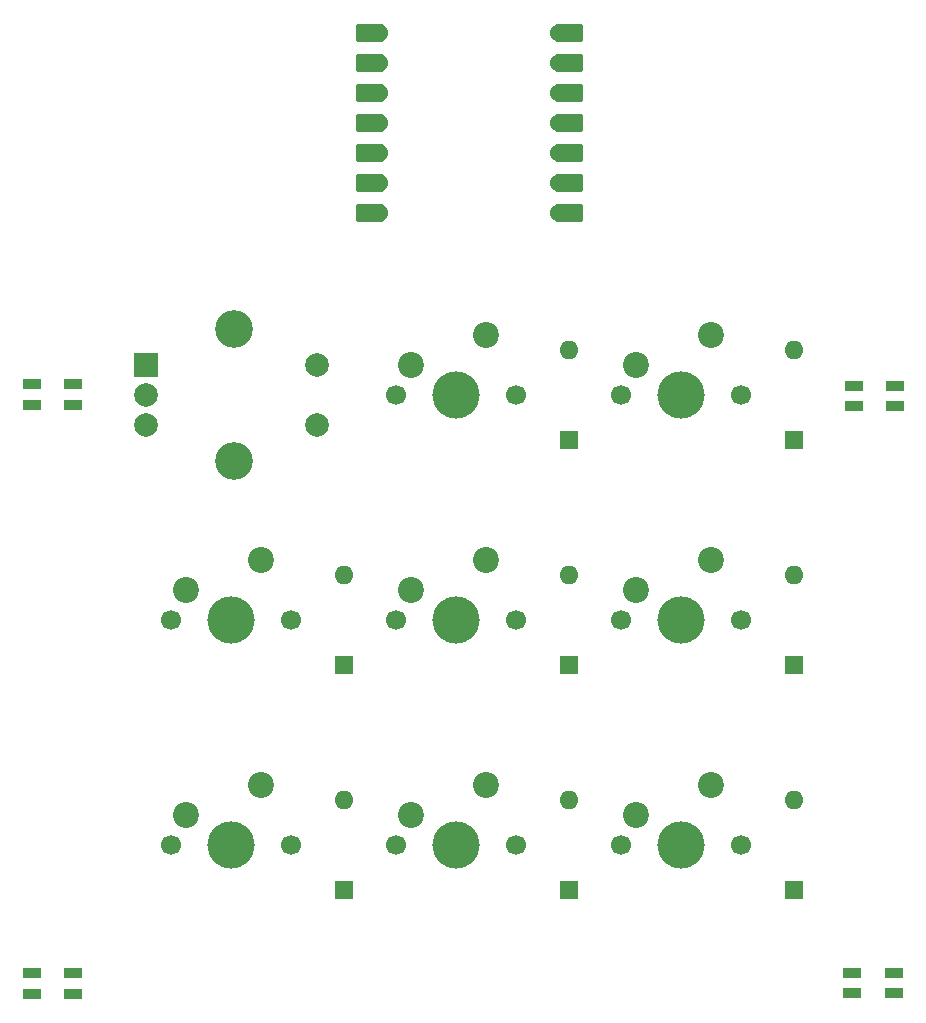
<source format=gbr>
%TF.GenerationSoftware,KiCad,Pcbnew,8.0.8*%
%TF.CreationDate,2025-02-20T21:51:01-07:00*%
%TF.ProjectId,my actual macropad,6d792061-6374-4756-916c-206d6163726f,rev?*%
%TF.SameCoordinates,Original*%
%TF.FileFunction,Soldermask,Top*%
%TF.FilePolarity,Negative*%
%FSLAX46Y46*%
G04 Gerber Fmt 4.6, Leading zero omitted, Abs format (unit mm)*
G04 Created by KiCad (PCBNEW 8.0.8) date 2025-02-20 21:51:01*
%MOMM*%
%LPD*%
G01*
G04 APERTURE LIST*
G04 Aperture macros list*
%AMRoundRect*
0 Rectangle with rounded corners*
0 $1 Rounding radius*
0 $2 $3 $4 $5 $6 $7 $8 $9 X,Y pos of 4 corners*
0 Add a 4 corners polygon primitive as box body*
4,1,4,$2,$3,$4,$5,$6,$7,$8,$9,$2,$3,0*
0 Add four circle primitives for the rounded corners*
1,1,$1+$1,$2,$3*
1,1,$1+$1,$4,$5*
1,1,$1+$1,$6,$7*
1,1,$1+$1,$8,$9*
0 Add four rect primitives between the rounded corners*
20,1,$1+$1,$2,$3,$4,$5,0*
20,1,$1+$1,$4,$5,$6,$7,0*
20,1,$1+$1,$6,$7,$8,$9,0*
20,1,$1+$1,$8,$9,$2,$3,0*%
G04 Aperture macros list end*
%ADD10RoundRect,0.152400X1.063600X0.609600X-1.063600X0.609600X-1.063600X-0.609600X1.063600X-0.609600X0*%
%ADD11C,1.524000*%
%ADD12RoundRect,0.152400X-1.063600X-0.609600X1.063600X-0.609600X1.063600X0.609600X-1.063600X0.609600X0*%
%ADD13C,1.700000*%
%ADD14C,4.000000*%
%ADD15C,2.200000*%
%ADD16R,2.000000X2.000000*%
%ADD17C,2.000000*%
%ADD18C,3.200000*%
%ADD19R,1.600000X0.850000*%
%ADD20R,1.600000X1.600000*%
%ADD21O,1.600000X1.600000*%
G04 APERTURE END LIST*
D10*
%TO.C,U1*%
X123620000Y-71736250D03*
D11*
X124455000Y-71736250D03*
D10*
X123620000Y-74276250D03*
D11*
X124455000Y-74276250D03*
D10*
X123620000Y-76816250D03*
D11*
X124455000Y-76816250D03*
D10*
X123620000Y-79356250D03*
D11*
X124455000Y-79356250D03*
D10*
X123620000Y-81896250D03*
D11*
X124455000Y-81896250D03*
D10*
X123620000Y-84436250D03*
D11*
X124455000Y-84436250D03*
D10*
X123620000Y-86976250D03*
D11*
X124455000Y-86976250D03*
X139695000Y-86976250D03*
D12*
X140530000Y-86976250D03*
D11*
X139695000Y-84436250D03*
D12*
X140530000Y-84436250D03*
D11*
X139695000Y-81896250D03*
D12*
X140530000Y-81896250D03*
D11*
X139695000Y-79356250D03*
D12*
X140530000Y-79356250D03*
D11*
X139695000Y-76816250D03*
D12*
X140530000Y-76816250D03*
D11*
X139695000Y-74276250D03*
D12*
X140530000Y-74276250D03*
D11*
X139695000Y-71736250D03*
D12*
X140530000Y-71736250D03*
%TD*%
D13*
%TO.C,SW9*%
X144938750Y-140493750D03*
D14*
X150018750Y-140493750D03*
D13*
X155098750Y-140493750D03*
D15*
X152558750Y-135413750D03*
X146208750Y-137953750D03*
%TD*%
D13*
%TO.C,SW8*%
X125888750Y-140493750D03*
D14*
X130968750Y-140493750D03*
D13*
X136048750Y-140493750D03*
D15*
X133508750Y-135413750D03*
X127158750Y-137953750D03*
%TD*%
D13*
%TO.C,SW7*%
X106838750Y-140493750D03*
D14*
X111918750Y-140493750D03*
D13*
X116998750Y-140493750D03*
D15*
X114458750Y-135413750D03*
X108108750Y-137953750D03*
%TD*%
D13*
%TO.C,SW6*%
X144938750Y-121443750D03*
D14*
X150018750Y-121443750D03*
D13*
X155098750Y-121443750D03*
D15*
X152558750Y-116363750D03*
X146208750Y-118903750D03*
%TD*%
D13*
%TO.C,SW5*%
X125888750Y-121443750D03*
D14*
X130968750Y-121443750D03*
D13*
X136048750Y-121443750D03*
D15*
X133508750Y-116363750D03*
X127158750Y-118903750D03*
%TD*%
D13*
%TO.C,SW4*%
X144938750Y-102393750D03*
D14*
X150018750Y-102393750D03*
D13*
X155098750Y-102393750D03*
D15*
X152558750Y-97313750D03*
X146208750Y-99853750D03*
%TD*%
D13*
%TO.C,SW3*%
X125888750Y-102393750D03*
D14*
X130968750Y-102393750D03*
D13*
X136048750Y-102393750D03*
D15*
X133508750Y-97313750D03*
X127158750Y-99853750D03*
%TD*%
D13*
%TO.C,SW2*%
X106838750Y-121443750D03*
D14*
X111918750Y-121443750D03*
D13*
X116998750Y-121443750D03*
D15*
X114458750Y-116363750D03*
X108108750Y-118903750D03*
%TD*%
D16*
%TO.C,SW1*%
X104668750Y-99893750D03*
D17*
X104668750Y-104893750D03*
X104668750Y-102393750D03*
D18*
X112168750Y-96793750D03*
X112168750Y-107993750D03*
D17*
X119168750Y-104893750D03*
X119168750Y-99893750D03*
%TD*%
D19*
%TO.C,D1*%
X95000000Y-101500000D03*
X95000000Y-103250000D03*
X98500000Y-103250000D03*
X98500000Y-101500000D03*
%TD*%
%TO.C,D2*%
X168100000Y-101600000D03*
X168100000Y-103350000D03*
X164600000Y-103350000D03*
X164600000Y-101600000D03*
%TD*%
%TO.C,D4*%
X164500000Y-151300000D03*
X164500000Y-153050000D03*
X168000000Y-153050000D03*
X168000000Y-151300000D03*
%TD*%
D20*
%TO.C,D11*%
X140493750Y-144303750D03*
D21*
X140493750Y-136683750D03*
%TD*%
D20*
%TO.C,D9*%
X121443750Y-125253750D03*
D21*
X121443750Y-117633750D03*
%TD*%
%TO.C,D6*%
X140493750Y-98583750D03*
D20*
X140493750Y-106203750D03*
%TD*%
%TO.C,D7*%
X159543750Y-125253750D03*
D21*
X159543750Y-117633750D03*
%TD*%
D20*
%TO.C,D5*%
X159543750Y-106203750D03*
D21*
X159543750Y-98583750D03*
%TD*%
D20*
%TO.C,D12*%
X159543750Y-144303750D03*
D21*
X159543750Y-136683750D03*
%TD*%
D20*
%TO.C,D8*%
X140493750Y-125253750D03*
D21*
X140493750Y-117633750D03*
%TD*%
D19*
%TO.C,D3*%
X95000000Y-151325000D03*
X95000000Y-153075000D03*
X98500000Y-153075000D03*
X98500000Y-151325000D03*
%TD*%
D20*
%TO.C,D10*%
X121443750Y-144303750D03*
D21*
X121443750Y-136683750D03*
%TD*%
M02*

</source>
